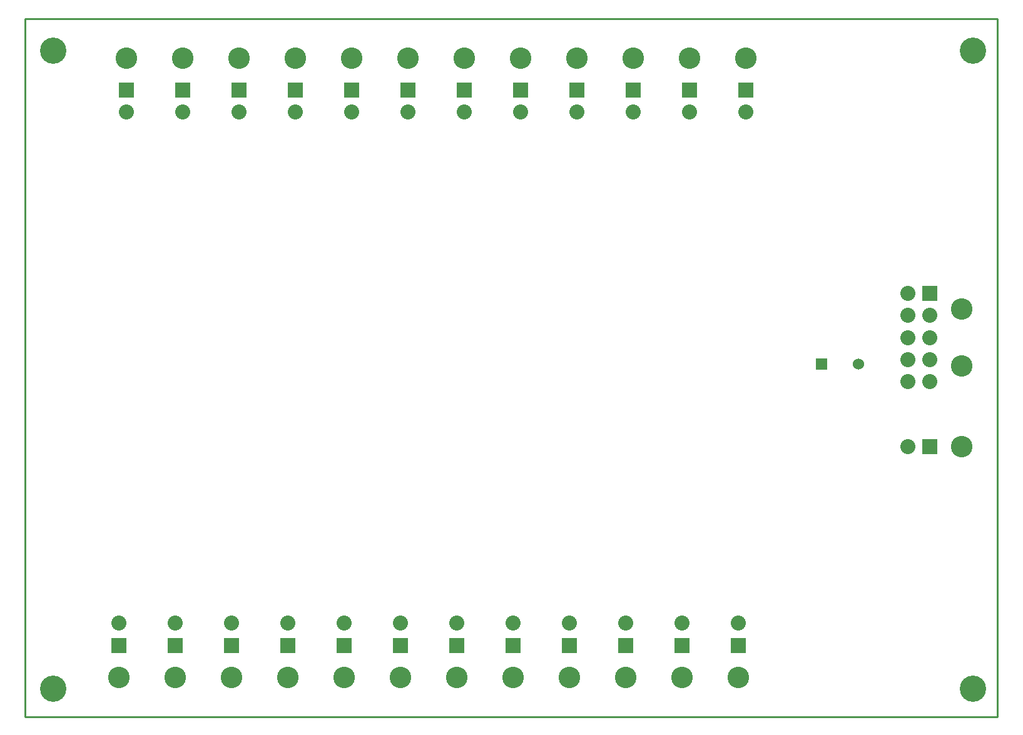
<source format=gbs>
*
*
G04 PADS VX.1.1 Build Number: 678707 generated Gerber (RS-274-X) file*
G04 PC Version=2.1*
*
%IN "VM2000.pcb"*%
*
%MOIN*%
*
%FSLAX35Y35*%
*
*
*
*
G04 PC Standard Apertures*
*
*
G04 Thermal Relief Aperture macro.*
%AMTER*
1,1,$1,0,0*
1,0,$1-$2,0,0*
21,0,$3,$4,0,0,45*
21,0,$3,$4,0,0,135*
%
*
*
G04 Annular Aperture macro.*
%AMANN*
1,1,$1,0,0*
1,0,$2,0,0*
%
*
*
G04 Odd Aperture macro.*
%AMODD*
1,1,$1,0,0*
1,0,$1-0.005,0,0*
%
*
*
G04 PC Custom Aperture Macros*
*
*
*
*
*
*
G04 PC Aperture Table*
*
%ADD011C,0.01*%
%ADD015R,0.08X0.08*%
%ADD016C,0.08*%
%ADD021R,0.06X0.06*%
%ADD022C,0.06*%
%ADD057C,0.14*%
%ADD063C,0.115*%
%ADD090C,0.001*%
*
*
*
*
G04 PC Circuitry*
G04 Layer Name VM2000.pcb - circuitry*
%LPD*%
*
*
G04 PC Custom Flashes*
G04 Layer Name VM2000.pcb - flashes*
%LPD*%
*
*
G04 PC Circuitry*
G04 Layer Name VM2000.pcb - circuitry*
%LPD*%
*
G54D11*
G01X100000Y100000D02*
Y472000D01*
X618000*
Y100000*
X100000*
G54D15*
X582000Y244000D03*
X360000Y138000D03*
X394000Y434000D03*
X454000D03*
X334000D03*
X450000Y138000D03*
X270000D03*
X330000D03*
X390000D03*
X582000Y325600D03*
X150000Y138000D03*
X180000D03*
X210000D03*
X240000D03*
X300000D03*
X420000D03*
X480000D03*
X484000Y434000D03*
X424000D03*
X364000D03*
X304000D03*
X274000D03*
X244000D03*
X214000D03*
X184000D03*
X154000D03*
G54D16*
X570200Y244000D03*
X360000Y149800D03*
X394000Y422200D03*
X454000D03*
X334000D03*
X450000Y149800D03*
X270000D03*
X330000D03*
X390000D03*
X570200Y325600D03*
X582000Y313800D03*
X570200D03*
X582000Y302000D03*
X570200D03*
X582000Y290200D03*
X570200D03*
X582000Y278400D03*
X570200D03*
X150000Y149800D03*
X180000D03*
X210000D03*
X240000D03*
X300000D03*
X420000D03*
X480000D03*
X484000Y422200D03*
X424000D03*
X364000D03*
X304000D03*
X274000D03*
X244000D03*
X214000D03*
X184000D03*
X154000D03*
G54D21*
X524200Y288000D03*
G54D22*
X543900D03*
G54D57*
X115000Y455000D03*
Y115000D03*
X605000D03*
Y455000D03*
G54D63*
X599000Y244000D03*
X360000Y121000D03*
X394000Y451000D03*
X454000D03*
X334000D03*
X450000Y121000D03*
X270000D03*
X330000D03*
X390000D03*
X599000Y317200D03*
Y286800D03*
X150000Y121000D03*
X180000D03*
X210000D03*
X240000D03*
X300000D03*
X420000D03*
X480000D03*
X484000Y451000D03*
X424000D03*
X364000D03*
X304000D03*
X274000D03*
X244000D03*
X214000D03*
X184000D03*
X154000D03*
G54D90*
X0Y0D02*
M02*

</source>
